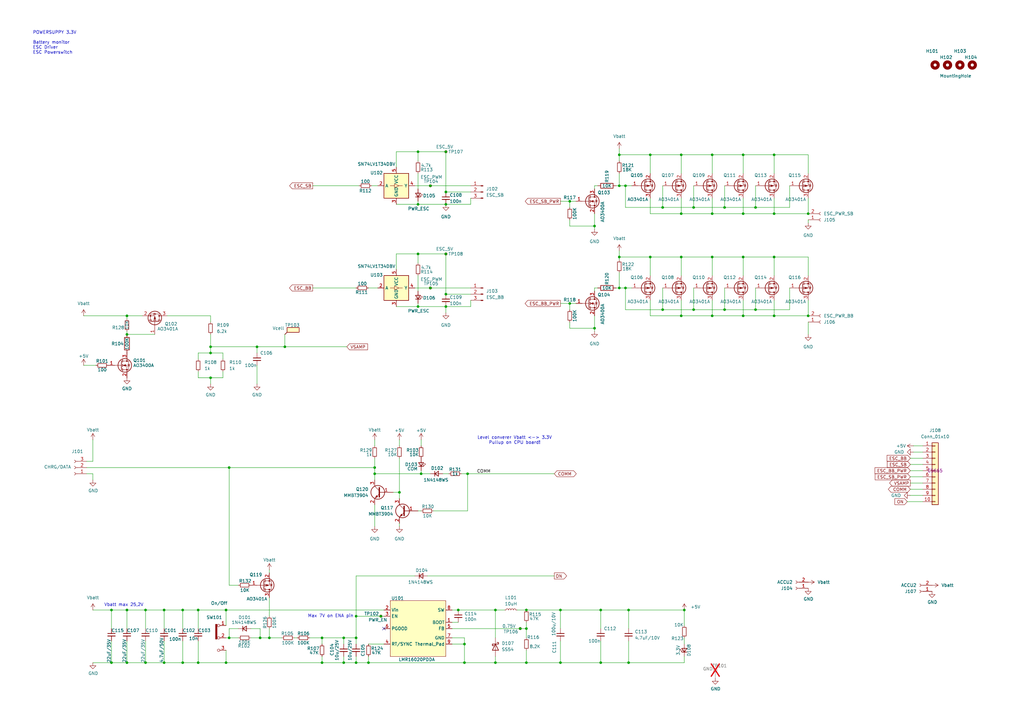
<source format=kicad_sch>
(kicad_sch (version 20241209) (generator "eeschema") (generator_version "9.0")
  (paper "A3")
  (title_block (title "NicE Buoy") (date "2023-06-20") (rev "1.1") (company "NicE Engineering"))
  (text "Max 7V on ENA pin" (at 135.636 252.73 0) (effects (font (size 1.27 1.27))))
  (text "POWERSUPPY 3.3V\n\nBattery monitor\nESC Driver\nESC Powerswitch\n" (at 13.462 22.352 0) (effects (font (size 1.27 1.27)) (justify left bottom)))
  (text "Level converer Vbatt <-> 3.3V\nPullup on CPU board!" (at 211.074 180.594 0) (effects (font (size 1.27 1.27))))
  (text "Vbatt max 25,2V" (at 50.8 248.158 0) (effects (font (size 1.27 1.27))))
  (junction (at 116.84 142.24))
  (junction (at 257.81 271.78))
  (junction (at 52.07 129.54))
  (junction (at 146.05 271.78))
  (junction (at 176.53 76.2))
  (junction (at 74.93 271.78))
  (junction (at 233.68 124.46))
  (junction (at 140.97 271.78))
  (junction (at 182.88 120.65))
  (junction (at 279.4 129.54))
  (junction (at 254 63.5))
  (junction (at 182.88 83.82))
  (junction (at 67.31 250.19))
  (junction (at 284.48 85.09))
  (junction (at 309.88 85.09))
  (junction (at 86.36 142.24))
  (junction (at 213.36 257.81))
  (junction (at 59.69 271.78))
  (junction (at 280.67 250.19))
  (junction (at 176.53 118.11))
  (junction (at 172.72 194.31))
  (junction (at 45.72 250.19))
  (junction (at 279.4 87.63))
  (junction (at 233.68 82.55))
  (junction (at 284.48 127))
  (junction (at 215.9 257.81))
  (junction (at 317.5 129.54))
  (junction (at 153.67 191.77))
  (junction (at 52.07 250.19))
  (junction (at 151.13 271.78))
  (junction (at 317.5 105.41))
  (junction (at 45.72 271.78))
  (junction (at 304.8 87.63))
  (junction (at 292.1 63.5))
  (junction (at 171.45 104.14))
  (junction (at 106.68 261.62))
  (junction (at 132.08 261.62))
  (junction (at 215.9 250.19))
  (junction (at 254 76.2))
  (junction (at 271.78 127))
  (junction (at 292.1 87.63))
  (junction (at 171.45 83.82))
  (junction (at 309.88 127))
  (junction (at 92.71 250.19))
  (junction (at 190.5 271.78))
  (junction (at 182.88 78.74))
  (junction (at 203.2 250.19))
  (junction (at 297.18 127))
  (junction (at 86.36 144.78))
  (junction (at 187.96 250.19))
  (junction (at 297.18 85.09))
  (junction (at 81.28 271.78))
  (junction (at 266.7 105.41))
  (junction (at 105.41 142.24))
  (junction (at 132.08 271.78))
  (junction (at 81.28 250.19))
  (junction (at 171.45 62.23))
  (junction (at 243.84 134.62))
  (junction (at 92.71 271.78))
  (junction (at 317.5 87.63))
  (junction (at 86.36 154.94))
  (junction (at 229.87 271.78))
  (junction (at 93.98 191.77))
  (junction (at 203.2 271.78))
  (junction (at 182.88 62.23))
  (junction (at 182.88 125.73))
  (junction (at 59.69 250.19))
  (junction (at 191.77 194.31))
  (junction (at 331.47 129.54))
  (junction (at 304.8 63.5))
  (junction (at 171.45 125.73))
  (junction (at 52.07 271.78))
  (junction (at 292.1 105.41))
  (junction (at 146.05 261.62))
  (junction (at 279.4 63.5))
  (junction (at 74.93 250.19))
  (junction (at 243.84 92.71))
  (junction (at 257.81 250.19))
  (junction (at 140.97 261.62))
  (junction (at 331.47 87.63))
  (junction (at 163.83 201.93))
  (junction (at 182.88 104.14))
  (junction (at 93.98 261.62))
  (junction (at 266.7 63.5))
  (junction (at 67.31 271.78))
  (junction (at 52.07 137.16))
  (junction (at 153.67 194.31))
  (junction (at 256.54 76.2))
  (junction (at 304.8 129.54))
  (junction (at 190.5 264.16))
  (junction (at 292.1 129.54))
  (junction (at 246.38 250.19))
  (junction (at 256.54 118.11))
  (junction (at 110.49 261.62))
  (junction (at 254 105.41))
  (junction (at 304.8 105.41))
  (junction (at 156.21 252.73))
  (junction (at 146.05 252.73))
  (junction (at 254 118.11))
  (junction (at 271.78 85.09))
  (junction (at 279.4 105.41))
  (junction (at 229.87 250.19))
  (junction (at 246.38 271.78))
  (junction (at 215.9 271.78))
  (junction (at 317.5 63.5))
  (no_connect (at 157.48 257.81))
  (wire (pts (xy 266.7 123.19) (xy 266.7 129.54)))
  (wire (pts (xy 229.87 271.78) (xy 246.38 271.78)))
  (wire (pts (xy 146.05 252.73) (xy 146.05 261.62)))
  (wire (pts (xy 246.38 271.78) (xy 257.81 271.78)))
  (wire (pts (xy 331.47 105.41) (xy 317.5 105.41)))
  (wire (pts (xy 163.83 180.34) (xy 163.83 182.88)))
  (wire (pts (xy 257.81 250.19) (xy 257.81 257.81)))
  (wire (pts (xy 193.04 81.28) (xy 193.04 83.82)))
  (wire (pts (xy 110.49 261.62) (xy 115.57 261.62)))
  (wire (pts (xy 284.48 118.11) (xy 284.48 127)))
  (wire (pts (xy 280.67 250.19) (xy 280.67 256.54)))
  (wire (pts (xy 292.1 63.5) (xy 304.8 63.5)))
  (wire (pts (xy 292.1 105.41) (xy 292.1 113.03)))
  (wire (pts (xy 309.88 118.11) (xy 309.88 127)))
  (wire (pts (xy 266.7 105.41) (xy 266.7 113.03)))
  (wire (pts (xy 243.84 93.98) (xy 243.84 92.71)))
  (wire (pts (xy 233.68 90.17) (xy 233.68 92.71)))
  (wire (pts (xy 279.4 123.19) (xy 279.4 129.54)))
  (wire (pts (xy 110.49 245.11) (xy 110.49 252.73)))
  (wire (pts (xy 284.48 85.09) (xy 271.78 85.09)))
  (wire (pts (xy 52.07 129.54) (xy 52.07 130.81)))
  (wire (pts (xy 110.49 233.68) (xy 110.49 234.95)))
  (wire (pts (xy 266.7 63.5) (xy 279.4 63.5)))
  (wire (pts (xy 162.56 104.14) (xy 171.45 104.14)))
  (wire (pts (xy 59.69 250.19) (xy 59.69 257.81)))
  (wire (pts (xy 171.45 83.82) (xy 182.88 83.82)))
  (wire (pts (xy 304.8 123.19) (xy 304.8 129.54)))
  (wire (pts (xy 304.8 63.5) (xy 317.5 63.5)))
  (wire (pts (xy 233.68 124.46) (xy 233.68 127)))
  (wire (pts (xy 120.65 261.62) (xy 121.92 261.62)))
  (wire (pts (xy 153.67 194.31) (xy 153.67 196.85)))
  (wire (pts (xy 297.18 85.09) (xy 284.48 85.09)))
  (wire (pts (xy 38.1 194.31) (xy 38.1 196.85)))
  (wire (pts (xy 92.71 266.7) (xy 92.71 271.78)))
  (wire (pts (xy 146.05 236.22) (xy 170.18 236.22)))
  (wire (pts (xy 266.7 129.54) (xy 279.4 129.54)))
  (wire (pts (xy 309.88 76.2) (xy 309.88 85.09)))
  (wire (pts (xy 243.84 92.71) (xy 243.84 87.63)))
  (wire (pts (xy 266.7 81.28) (xy 266.7 87.63)))
  (wire (pts (xy 254 105.41) (xy 266.7 105.41)))
  (wire (pts (xy 215.9 271.78) (xy 229.87 271.78)))
  (wire (pts (xy 67.31 262.89) (xy 67.31 271.78)))
  (wire (pts (xy 52.07 262.89) (xy 52.07 271.78)))
  (wire (pts (xy 45.72 250.19) (xy 45.72 257.81)))
  (wire (pts (xy 378.46 203.2) (xy 373.38 203.2)))
  (wire (pts (xy 378.46 185.42) (xy 374.65 185.42)))
  (wire (pts (xy 132.08 261.62) (xy 140.97 261.62)))
  (wire (pts (xy 229.87 124.46) (xy 233.68 124.46)))
  (wire (pts (xy 185.42 261.62) (xy 190.5 261.62)))
  (wire (pts (xy 304.8 129.54) (xy 317.5 129.54)))
  (wire (pts (xy 162.56 83.82) (xy 171.45 83.82)))
  (wire (pts (xy 162.56 62.23) (xy 171.45 62.23)))
  (wire (pts (xy 266.7 63.5) (xy 266.7 71.12)))
  (wire (pts (xy 146.05 269.24) (xy 146.05 271.78)))
  (wire (pts (xy 127 261.62) (xy 132.08 261.62)))
  (wire (pts (xy 190.5 264.16) (xy 190.5 271.78)))
  (wire (pts (xy 45.72 271.78) (xy 52.07 271.78)))
  (wire (pts (xy 59.69 271.78) (xy 67.31 271.78)))
  (wire (pts (xy 106.68 261.62) (xy 110.49 261.62)))
  (wire (pts (xy 233.68 134.62) (xy 243.84 134.62)))
  (wire (pts (xy 52.07 250.19) (xy 59.69 250.19)))
  (wire (pts (xy 81.28 250.19) (xy 92.71 250.19)))
  (wire (pts (xy 187.96 250.19) (xy 203.2 250.19)))
  (wire (pts (xy 229.87 262.89) (xy 229.87 271.78)))
  (wire (pts (xy 105.41 142.24) (xy 116.84 142.24)))
  (wire (pts (xy 292.1 129.54) (xy 304.8 129.54)))
  (wire (pts (xy 132.08 271.78) (xy 140.97 271.78)))
  (wire (pts (xy 153.67 180.34) (xy 153.67 182.88)))
  (wire (pts (xy 246.38 271.78) (xy 246.38 262.89)))
  (wire (pts (xy 86.36 154.94) (xy 86.36 157.48)))
  (wire (pts (xy 182.88 78.74) (xy 193.04 78.74)))
  (wire (pts (xy 257.81 262.89) (xy 257.81 271.78)))
  (wire (pts (xy 280.67 261.62) (xy 280.67 264.16)))
  (wire (pts (xy 52.07 137.16) (xy 63.5 137.16)))
  (wire (pts (xy 182.88 62.23) (xy 182.88 78.74)))
  (wire (pts (xy 236.22 82.55) (xy 233.68 82.55)))
  (wire (pts (xy 378.46 200.66) (xy 373.38 200.66)))
  (wire (pts (xy 252.73 76.2) (xy 254 76.2)))
  (wire (pts (xy 151.13 264.16) (xy 157.48 264.16)))
  (wire (pts (xy 245.11 76.2) (xy 243.84 76.2)))
  (wire (pts (xy 279.4 105.41) (xy 292.1 105.41)))
  (wire (pts (xy 93.98 261.62) (xy 97.79 261.62)))
  (wire (pts (xy 170.18 118.11) (xy 176.53 118.11)))
  (wire (pts (xy 86.36 144.78) (xy 81.28 144.78)))
  (wire (pts (xy 193.04 123.19) (xy 193.04 125.73)))
  (wire (pts (xy 280.67 269.24) (xy 280.67 271.78)))
  (wire (pts (xy 243.84 135.89) (xy 243.84 134.62)))
  (wire (pts (xy 182.88 120.65) (xy 193.04 120.65)))
  (wire (pts (xy 284.48 76.2) (xy 284.48 85.09)))
  (wire (pts (xy 243.84 134.62) (xy 243.84 129.54)))
  (wire (pts (xy 304.8 105.41) (xy 317.5 105.41)))
  (wire (pts (xy 256.54 118.11) (xy 256.54 127)))
  (wire (pts (xy 162.56 104.14) (xy 162.56 110.49)))
  (wire (pts (xy 229.87 250.19) (xy 229.87 257.81)))
  (wire (pts (xy 331.47 90.17) (xy 331.47 91.44)))
  (wire (pts (xy 172.72 180.34) (xy 172.72 182.88)))
  (wire (pts (xy 271.78 127) (xy 256.54 127)))
  (wire (pts (xy 171.45 113.03) (xy 171.45 119.38)))
  (wire (pts (xy 132.08 261.62) (xy 132.08 264.16)))
  (wire (pts (xy 151.13 269.24) (xy 151.13 271.78)))
  (wire (pts (xy 153.67 187.96) (xy 153.67 191.77)))
  (wire (pts (xy 153.67 191.77) (xy 153.67 194.31)))
  (wire (pts (xy 271.78 118.11) (xy 271.78 127)))
  (wire (pts (xy 163.83 214.63) (xy 163.83 215.9)))
  (wire (pts (xy 279.4 87.63) (xy 292.1 87.63)))
  (wire (pts (xy 378.46 195.58) (xy 373.38 195.58)))
  (wire (pts (xy 331.47 81.28) (xy 331.47 87.63)))
  (wire (pts (xy 140.97 261.62) (xy 140.97 264.16)))
  (wire (pts (xy 304.8 105.41) (xy 304.8 113.03)))
  (wire (pts (xy 317.5 105.41) (xy 317.5 113.03)))
  (wire (pts (xy 171.45 62.23) (xy 171.45 66.04)))
  (wire (pts (xy 162.56 62.23) (xy 162.56 68.58)))
  (wire (pts (xy 81.28 152.4) (xy 81.28 154.94)))
  (wire (pts (xy 106.68 257.81) (xy 106.68 261.62)))
  (wire (pts (xy 34.29 129.54) (xy 52.07 129.54)))
  (wire (pts (xy 68.58 129.54) (xy 86.36 129.54)))
  (wire (pts (xy 304.8 87.63) (xy 317.5 87.63)))
  (wire (pts (xy 74.93 250.19) (xy 81.28 250.19)))
  (wire (pts (xy 292.1 81.28) (xy 292.1 87.63)))
  (wire (pts (xy 292.1 105.41) (xy 304.8 105.41)))
  (wire (pts (xy 152.4 76.2) (xy 154.94 76.2)))
  (wire (pts (xy 172.72 193.04) (xy 172.72 194.31)))
  (wire (pts (xy 74.93 250.19) (xy 74.93 257.81)))
  (wire (pts (xy 146.05 271.78) (xy 151.13 271.78)))
  (wire (pts (xy 128.27 118.11) (xy 146.05 118.11)))
  (wire (pts (xy 331.47 123.19) (xy 331.47 129.54)))
  (wire (pts (xy 170.18 76.2) (xy 176.53 76.2)))
  (wire (pts (xy 171.45 125.73) (xy 182.88 125.73)))
  (wire (pts (xy 378.46 205.74) (xy 372.11 205.74)))
  (wire (pts (xy 243.84 118.11) (xy 243.84 119.38)))
  (wire (pts (xy 279.4 63.5) (xy 292.1 63.5)))
  (wire (pts (xy 52.07 250.19) (xy 52.07 257.81)))
  (wire (pts (xy 254 60.96) (xy 254 63.5)))
  (wire (pts (xy 233.68 82.55) (xy 233.68 85.09)))
  (wire (pts (xy 190.5 261.62) (xy 190.5 264.16)))
  (wire (pts (xy 236.22 124.46) (xy 233.68 124.46)))
  (wire (pts (xy 86.36 129.54) (xy 86.36 132.08)))
  (wire (pts (xy 91.44 147.32) (xy 91.44 144.78)))
  (wire (pts (xy 254 63.5) (xy 254 66.04)))
  (wire (pts (xy 146.05 252.73) (xy 156.21 252.73)))
  (wire (pts (xy 175.26 236.22) (xy 227.33 236.22)))
  (wire (pts (xy 163.83 201.93) (xy 161.29 201.93)))
  (wire (pts (xy 279.4 129.54) (xy 292.1 129.54)))
  (wire (pts (xy 176.53 118.11) (xy 193.04 118.11)))
  (wire (pts (xy 279.4 81.28) (xy 279.4 87.63)))
  (wire (pts (xy 254 102.87) (xy 254 105.41)))
  (wire (pts (xy 92.71 250.19) (xy 157.48 250.19)))
  (wire (pts (xy 38.1 250.19) (xy 45.72 250.19)))
  (wire (pts (xy 171.45 82.55) (xy 171.45 83.82)))
  (wire (pts (xy 93.98 240.03) (xy 93.98 191.77)))
  (wire (pts (xy 190.5 271.78) (xy 203.2 271.78)))
  (wire (pts (xy 317.5 129.54) (xy 331.47 129.54)))
  (wire (pts (xy 35.56 194.31) (xy 38.1 194.31)))
  (wire (pts (xy 151.13 118.11) (xy 154.94 118.11)))
  (wire (pts (xy 297.18 118.11) (xy 297.18 127)))
  (wire (pts (xy 132.08 269.24) (xy 132.08 271.78)))
  (wire (pts (xy 331.47 71.12) (xy 331.47 63.5)))
  (wire (pts (xy 171.45 71.12) (xy 171.45 77.47)))
  (wire (pts (xy 182.88 125.73) (xy 182.88 128.27)))
  (wire (pts (xy 254 118.11) (xy 256.54 118.11)))
  (wire (pts (xy 185.42 257.81) (xy 213.36 257.81)))
  (wire (pts (xy 323.85 127) (xy 309.88 127)))
  (wire (pts (xy 233.68 132.08) (xy 233.68 134.62)))
  (wire (pts (xy 257.81 250.19) (xy 280.67 250.19)))
  (wire (pts (xy 215.9 271.78) (xy 215.9 266.7)))
  (wire (pts (xy 146.05 261.62) (xy 146.05 264.16)))
  (wire (pts (xy 38.1 271.78) (xy 45.72 271.78)))
  (wire (pts (xy 45.72 250.19) (xy 52.07 250.19)))
  (wire (pts (xy 153.67 215.9) (xy 153.67 207.01)))
  (wire (pts (xy 35.56 191.77) (xy 93.98 191.77)))
  (wire (pts (xy 256.54 76.2) (xy 256.54 85.09)))
  (wire (pts (xy 317.5 81.28) (xy 317.5 87.63)))
  (wire (pts (xy 52.07 135.89) (xy 52.07 137.16)))
  (wire (pts (xy 323.85 118.11) (xy 323.85 127)))
  (wire (pts (xy 243.84 118.11) (xy 245.11 118.11)))
  (wire (pts (xy 185.42 250.19) (xy 187.96 250.19)))
  (wire (pts (xy 171.45 124.46) (xy 171.45 125.73)))
  (wire (pts (xy 292.1 123.19) (xy 292.1 129.54)))
  (wire (pts (xy 86.36 142.24) (xy 86.36 144.78)))
  (wire (pts (xy 34.29 149.86) (xy 39.37 149.86)))
  (wire (pts (xy 213.36 257.81) (xy 215.9 257.81)))
  (wire (pts (xy 254 111.76) (xy 254 118.11)))
  (wire (pts (xy 81.28 250.19) (xy 81.28 257.81)))
  (wire (pts (xy 212.09 250.19) (xy 215.9 250.19)))
  (wire (pts (xy 102.87 261.62) (xy 106.68 261.62)))
  (wire (pts (xy 254 105.41) (xy 254 106.68)))
  (wire (pts (xy 163.83 187.96) (xy 163.83 201.93)))
  (wire (pts (xy 317.5 63.5) (xy 317.5 71.12)))
  (wire (pts (xy 74.93 271.78) (xy 81.28 271.78)))
  (wire (pts (xy 86.36 137.16) (xy 86.36 142.24)))
  (wire (pts (xy 176.53 76.2) (xy 193.04 76.2)))
  (wire (pts (xy 91.44 152.4) (xy 91.44 154.94)))
  (wire (pts (xy 203.2 250.19) (xy 203.2 261.62)))
  (wire (pts (xy 81.28 262.89) (xy 81.28 271.78)))
  (wire (pts (xy 331.47 63.5) (xy 317.5 63.5)))
  (wire (pts (xy 297.18 127) (xy 284.48 127)))
  (wire (pts (xy 280.67 271.78) (xy 257.81 271.78)))
  (wire (pts (xy 52.07 271.78) (xy 59.69 271.78)))
  (wire (pts (xy 86.36 154.94) (xy 91.44 154.94)))
  (wire (pts (xy 254 71.12) (xy 254 76.2)))
  (wire (pts (xy 378.46 198.12) (xy 373.38 198.12)))
  (wire (pts (xy 254 76.2) (xy 256.54 76.2)))
  (wire (pts (xy 93.98 191.77) (xy 153.67 191.77)))
  (wire (pts (xy 378.46 187.96) (xy 373.38 187.96)))
  (wire (pts (xy 191.77 209.55) (xy 177.8 209.55)))
  (wire (pts (xy 67.31 250.19) (xy 74.93 250.19)))
  (wire (pts (xy 52.07 129.54) (xy 58.42 129.54)))
  (wire (pts (xy 254 63.5) (xy 266.7 63.5)))
  (wire (pts (xy 86.36 154.94) (xy 81.28 154.94)))
  (wire (pts (xy 45.72 262.89) (xy 45.72 271.78)))
  (wire (pts (xy 102.87 257.81) (xy 106.68 257.81)))
  (wire (pts (xy 81.28 271.78) (xy 92.71 271.78)))
  (wire (pts (xy 181.61 194.31) (xy 184.15 194.31)))
  (wire (pts (xy 153.67 194.31) (xy 172.72 194.31)))
  (wire (pts (xy 297.18 76.2) (xy 297.18 85.09)))
  (wire (pts (xy 140.97 261.62) (xy 146.05 261.62)))
  (wire (pts (xy 297.18 85.09) (xy 309.88 85.09)))
  (wire (pts (xy 182.88 83.82) (xy 193.04 83.82)))
  (wire (pts (xy 86.36 142.24) (xy 105.41 142.24)))
  (wire (pts (xy 191.77 194.31) (xy 191.77 209.55)))
  (wire (pts (xy 203.2 269.24) (xy 203.2 271.78)))
  (wire (pts (xy 279.4 63.5) (xy 279.4 71.12)))
  (wire (pts (xy 91.44 144.78) (xy 86.36 144.78)))
  (wire (pts (xy 93.98 257.81) (xy 93.98 261.62)))
  (wire (pts (xy 271.78 85.09) (xy 256.54 85.09)))
  (wire (pts (xy 146.05 271.78) (xy 140.97 271.78)))
  (wire (pts (xy 92.71 250.19) (xy 92.71 256.54)))
  (wire (pts (xy 229.87 82.55) (xy 233.68 82.55)))
  (wire (pts (xy 81.28 144.78) (xy 81.28 147.32)))
  (wire (pts (xy 67.31 250.19) (xy 67.31 257.81)))
  (wire (pts (xy 140.97 269.24) (xy 140.97 271.78)))
  (wire (pts (xy 185.42 264.16) (xy 190.5 264.16)))
  (wire (pts (xy 259.08 118.11) (xy 256.54 118.11)))
  (wire (pts (xy 163.83 201.93) (xy 163.83 204.47)))
  (wire (pts (xy 146.05 236.22) (xy 146.05 252.73)))
  (wire (pts (xy 317.5 123.19) (xy 317.5 129.54)))
  (wire (pts (xy 182.88 104.14) (xy 182.88 120.65)))
  (wire (pts (xy 215.9 250.19) (xy 229.87 250.19)))
  (wire (pts (xy 284.48 127) (xy 271.78 127)))
  (wire (pts (xy 110.49 257.81) (xy 110.49 261.62)))
  (wire (pts (xy 203.2 271.78) (xy 215.9 271.78)))
  (wire (pts (xy 171.45 62.23) (xy 182.88 62.23)))
  (wire (pts (xy 323.85 85.09) (xy 309.88 85.09)))
  (wire (pts (xy 172.72 194.31) (xy 176.53 194.31)))
  (wire (pts (xy 171.45 104.14) (xy 171.45 107.95)))
  (wire (pts (xy 271.78 76.2) (xy 271.78 85.09)))
  (wire (pts (xy 67.31 271.78) (xy 74.93 271.78)))
  (wire (pts (xy 323.85 76.2) (xy 323.85 85.09)))
  (wire (pts (xy 105.41 142.24) (xy 105.41 144.78)))
  (wire (pts (xy 233.68 92.71) (xy 243.84 92.71)))
  (wire (pts (xy 74.93 262.89) (xy 74.93 271.78)))
  (wire (pts (xy 38.1 180.34) (xy 38.1 189.23)))
  (wire (pts (xy 252.73 118.11) (xy 254 118.11)))
  (wire (pts (xy 162.56 125.73) (xy 171.45 125.73)))
  (wire (pts (xy 185.42 255.27) (xy 187.96 255.27)))
  (wire (pts (xy 151.13 271.78) (xy 190.5 271.78)))
  (wire (pts (xy 116.84 137.16) (xy 116.84 142.24)))
  (wire (pts (xy 128.27 76.2) (xy 147.32 76.2)))
  (wire (pts (xy 304.8 63.5) (xy 304.8 71.12)))
  (wire (pts (xy 297.18 127) (xy 309.88 127)))
  (wire (pts (xy 203.2 250.19) (xy 207.01 250.19)))
  (wire (pts (xy 172.72 209.55) (xy 171.45 209.55)))
  (wire (pts (xy 97.79 257.81) (xy 93.98 257.81)))
  (wire (pts (xy 304.8 81.28) (xy 304.8 87.63)))
  (wire (pts (xy 171.45 104.14) (xy 182.88 104.14)))
  (wire (pts (xy 317.5 87.63) (xy 331.47 87.63)))
  (wire (pts (xy 182.88 125.73) (xy 193.04 125.73)))
  (wire (pts (xy 266.7 87.63) (xy 279.4 87.63)))
  (wire (pts (xy 292.1 63.5) (xy 292.1 71.12)))
  (wire (pts (xy 378.46 182.88) (xy 374.65 182.88)))
  (wire (pts (xy 243.84 76.2) (xy 243.84 77.47)))
  (wire (pts (xy 279.4 105.41) (xy 279.4 113.03)))
  (wire (pts (xy 266.7 105.41) (xy 279.4 105.41)))
  (wire (pts (xy 92.71 261.62) (xy 93.98 261.62)))
  (wire (pts (xy 97.79 240.03) (xy 93.98 240.03)))
  (wire (pts (xy 246.38 250.19) (xy 257.81 250.19)))
  (wire (pts (xy 331.47 113.03) (xy 331.47 105.41)))
  (wire (pts (xy 215.9 257.81) (xy 215.9 261.62)))
  (wire (pts (xy 38.1 189.23) (xy 35.56 189.23)))
  (wire (pts (xy 331.47 132.08) (xy 331.47 137.16)))
  (wire (pts (xy 105.41 149.86) (xy 105.41 157.48)))
  (wire (pts (xy 189.23 194.31) (xy 191.77 194.31)))
  (wire (pts (xy 378.46 190.5) (xy 373.38 190.5)))
  (wire (pts (xy 116.84 142.24) (xy 142.24 142.24)))
  (wire (pts (xy 92.71 271.78) (xy 132.08 271.78)))
  (wire (pts (xy 246.38 250.19) (xy 246.38 257.81)))
  (wire (pts (xy 156.21 252.73) (xy 157.48 252.73)))
  (wire (pts (xy 191.77 194.31) (xy 227.33 194.31)))
  (wire (pts (xy 292.1 87.63) (xy 304.8 87.63)))
  (wire (pts (xy 59.69 250.19) (xy 67.31 250.19)))
  (wire (pts (xy 259.08 76.2) (xy 256.54 76.2)))
  (wire (pts (xy 229.87 250.19) (xy 246.38 250.19)))
  (wire (pts (xy 215.9 255.27) (xy 215.9 257.81)))
  (wire (pts (xy 59.69 262.89) (xy 59.69 271.78)))
  (wire (pts (xy 378.46 193.04) (xy 373.38 193.04)))
  (label "COMM" (at 195.58 194.31 0))
  (global_label "ESC_BB" (shape output) (at 128.27 118.11 180) (property "Intersheetrefs" "${INTERSHEET_REFS}" (effects (hide yes))))
  (global_label "ESC_BB" (shape input) (at 373.38 187.96 180) (property "Intersheetrefs" "${INTERSHEET_REFS}" (effects (hide yes))))
  (global_label "VSAMP" (shape input) (at 142.24 142.24 0) (property "Intersheetrefs" "${INTERSHEET_REFS}" (effects (hide yes))))
  (global_label "ESC_SB_PWR" (shape input) (at 373.38 195.58 180) (property "Intersheetrefs" "${INTERSHEET_REFS}" (effects (hide yes))))
  (global_label "ESC_BB_PWR" (shape input) (at 373.38 193.04 180) (property "Intersheetrefs" "${INTERSHEET_REFS}" (effects (hide yes))))
  (global_label "ESC_SB" (shape output) (at 128.27 76.2 180) (property "Intersheetrefs" "${INTERSHEET_REFS}" (effects (hide yes))))
  (global_label "VSAMP" (shape output) (at 373.38 198.12 180) (property "Intersheetrefs" "${INTERSHEET_REFS}" (effects (hide yes))))
  (global_label "ON" (shape output) (at 227.33 236.22 0) (property "Intersheetrefs" "${INTERSHEET_REFS}" (effects (hide yes))))
  (global_label "ON" (shape input) (at 372.11 205.74 180) (property "Intersheetrefs" "${INTERSHEET_REFS}" (effects (hide yes))))
  (global_label "COMM" (shape bidirectional) (at 227.33 194.31 0) (property "Intersheetrefs" "${INTERSHEET_REFS}" (effects (hide yes))))
  (global_label "ESC_SB_PWR" (shape output) (at 229.87 82.55 180) (property "Intersheetrefs" "${INTERSHEET_REFS}" (effects (hide yes))))
  (global_label "ESC_BB_PWR" (shape output) (at 229.87 124.46 180) (property "Intersheetrefs" "${INTERSHEET_REFS}" (effects (hide yes))))
  (global_label "ESC_SB" (shape input) (at 373.38 190.5 180) (property "Intersheetrefs" "${INTERSHEET_REFS}" (effects (hide yes))))
  (global_label "COMM" (shape bidirectional) (at 373.38 200.66 180) (property "Intersheetrefs" "${INTERSHEET_REFS}" (effects (hide yes))))
  (symbol (lib_id "Transistor_FET:AO3401A") (at 289.56 118.11 0) (mirror x) (unit 1)
    (property "Reference" "Q110" (at 283.972 113.792 0) (effects (justify left)))
    (property "Value" "AO3401A" (at 282.702 123.698 0) (effects (justify left)))
    (property "Footprint" "Package_TO_SOT_SMD:SOT-23" (effects (hide yes)))
    (property "Datasheet" "http://www.aosmd.com/pdfs/datasheet/AO3401A.pdf" (effects (hide yes)))
    (property "Description" "-4.0A Id, -30V Vds, P-Channel MOSFET, SOT-23" (effects (hide yes)))
    (property "LCSC" "C15127" (effects (hide yes)))
  )
  (symbol (lib_id "Transistor_FET:AO3401A") (at 314.96 118.11 0) (mirror x) (unit 1)
    (property "Reference" "Q114" (at 309.372 113.792 0) (effects (justify left)))
    (property "Value" "AO3401A" (at 308.102 123.698 0) (effects (justify left)))
    (property "Footprint" "Package_TO_SOT_SMD:SOT-23" (effects (hide yes)))
    (property "Datasheet" "http://www.aosmd.com/pdfs/datasheet/AO3401A.pdf" (effects (hide yes)))
    (property "Description" "-4.0A Id, -30V Vds, P-Channel MOSFET, SOT-23" (effects (hide yes)))
    (property "LCSC" "C15127" (effects (hide yes)))
  )
  (symbol (lib_id "Device:R_Small") (at 171.45 110.49 0) (mirror x) (unit 1)
    (property "Reference" "R114" (at 175.006 111.506 0))
    (property "Value" "4.7k" (at 174.752 109.728 0))
    (property "Footprint" "A_Device:R_0603" (effects (hide yes)))
    (property "LCSC" "C4177" (effects (hide yes)))
  )
  (symbol (lib_id "Device:D_Schottky") (at 203.2 265.43 270) (unit 1)
    (property "Reference" "D107" (at 205.74 263.8424 90) (effects (justify left)))
    (property "Value" "SS54" (at 205.74 266.3824 90) (effects (justify left)))
    (property "Footprint" "Diode_SMD:D_SMA" (effects (hide yes)))
    (property "Datasheet" "https://www.lcsc.com/datasheet/lcsc_datasheet_2407101107_MDD-Microdiode-Semiconductor-SS54_C22452.pdf" (effects (hide yes)))
    (property "Description" "Schottky diode" (effects (hide yes)))
    (property "LCSC" "C22452" (effects (hide yes)))
  )
  (symbol (lib_id "Device:C_Small") (at 257.81 260.35 0) (unit 1)
    (property "Reference" "C113" (at 260.35 259.0862 0) (effects (justify left)))
    (property "Value" "4.7uF/10V" (at 260.35 261.6262 0) (effects (justify left)))
    (property "Footprint" "A_Device:C_1206_(1.6)" (effects (hide yes)))
    (property "Description" "Unpolarized capacitor, small symbol" (effects (hide yes)))
    (property "LCSC" "C29823" (effects (hide yes)))
  )
  (symbol (lib_id "Device:R_Small") (at 81.28 149.86 0) (unit 1)
    (property "Reference" "R108" (at 83.82 148.59 0) (effects (justify left)))
    (property "Value" "1k" (at 83.82 151.13 0) (effects (justify left)))
    (property "Footprint" "A_Device:R_0603" (effects (hide yes)))
    (property "LCSC" "C21190" (effects (hide yes)))
  )
  (symbol (lib_id "Connector:TestPoint_Small") (at 213.36 257.81 0) (unit 1) (in_bom no)
    (property "Reference" "TP106" (at 206.502 259.08 0) (effects (justify left)))
    (property "Value" "0.75V" (at 205.994 256.794 0) (effects (justify left)))
    (property "Footprint" "A_Pads_Pins:Testpad_1" (effects (hide yes)))
    (property "Description" "test point" (effects (hide yes)))
  )
  (symbol (lib_id "Device:R_Small") (at 186.69 194.31 270) (mirror x) (unit 1)
    (property "Reference" "R131" (at 186.69 192.532 90))
    (property "Value" "1k" (at 186.69 194.31 90))
    (property "Footprint" "A_Device:R_0603" (effects (hide yes)))
    (property "LCSC" "C21190" (effects (hide yes)))
  )
  (symbol (lib_name "+3.3V_1") (lib_id "power:+3.3V") (at 254 60.96 0) (unit 1)
    (property "Reference" "#PWR0117" (effects (hide yes)))
    (property "Value" "Vbatt" (at 254 55.88 0))
    (property "Description" "Power symbol creates a global label with name \"+3.3V\"" (effects (hide yes)))
  )
  (symbol (lib_id "Device:C_Small") (at 59.69 260.35 0) (unit 1)
    (property "Reference" "C110" (at 59.69 258.572 0) (effects (justify left)))
    (property "Value" "22uF/35V" (at 58.674 271.78 90) (effects (justify left)))
    (property "Footprint" "A_Device:C_1206_(1.6)" (effects (hide yes)))
    (property "Description" "Unpolarized capacitor, small symbol" (effects (hide yes)))
    (property "LCSC" "C6119969" (effects (hide yes)))
  )
  (symbol (lib_id "Device:R_Small") (at 215.9 264.16 0) (unit 1)
    (property "Reference" "R116" (at 216.154 261.366 0) (effects (justify left)))
    (property "Value" "8.2K" (at 217.17 265.176 0) (effects (justify left)))
    (property "Footprint" "A_Device:R_0603" (effects (hide yes)))
    (property "Description" "Resistor, small symbol" (effects (hide yes)))
  )
  (symbol (lib_id "Device:R") (at 248.92 118.11 90) (unit 1)
    (property "Reference" "R120" (at 248.92 116.84 0) (effects (justify left)))
    (property "Value" "10K" (at 248.92 118.11 90))
    (property "Footprint" "A_Device:R_0603" (effects (hide yes)))
    (property "Farnell" "2331736" (effects (hide yes)))
    (property "MF" "TE CONNECTIVITY" (effects (hide yes)))
    (property "MFN" "CRGH0603F10K" (effects (hide yes)))
    (property "LCSC" "C25804" (effects (hide yes)))
  )
  (symbol (lib_id "Device:C_Small") (at 182.88 123.19 0) (unit 1)
    (property "Reference" "C109" (at 184.404 121.92 0) (effects (justify left)))
    (property "Value" "100n" (at 184.404 124.46 0) (effects (justify left)))
    (property "Footprint" "A_Device:C_0603" (effects (hide yes)))
    (property "LCSC" "C14663" (effects (hide yes)))
  )
  (symbol (lib_id "Device:R_Small") (at 254 68.58 0) (unit 1)
    (property "Reference" "R121" (at 255.016 67.818 0) (effects (justify left)))
    (property "Value" "18K" (at 255.27 69.596 0) (effects (justify left)))
    (property "Footprint" "A_Device:R_0603" (effects (hide yes)))
    (property "Description" "Resistor, small symbol" (effects (hide yes)))
    (property "LCSC" "C25810" (effects (hide yes)))
  )
  (symbol (lib_name "+3.3V_1") (lib_id "power:+3.3V") (at 374.65 182.88 90) (mirror x) (unit 1)
    (property "Reference" "#PWR0125" (effects (hide yes)))
    (property "Value" "+5V" (at 369.57 182.88 90))
    (property "Description" "Power symbol creates a global label with name \"+3.3V\"" (effects (hide yes)))
  )
  (symbol (lib_id "Device:R_Small") (at 132.08 266.7 0) (mirror y) (unit 1)
    (property "Reference" "R107" (at 131.064 265.938 0) (effects (justify left)))
    (property "Value" "47K" (at 130.81 267.716 0) (effects (justify left)))
    (property "Footprint" "A_Device:R_0603" (effects (hide yes)))
    (property "Description" "Resistor, small symbol" (effects (hide yes)))
  )
  (symbol (lib_id "Device:R_Small") (at 100.33 261.62 90) (unit 1)
    (property "Reference" "R102" (at 102.616 264.922 90) (effects (justify left)))
    (property "Value" "100K" (at 102.87 263.398 90) (effects (justify left)))
    (property "Footprint" "A_Device:R_0603" (effects (hide yes)))
    (property "Description" "Resistor, small symbol" (effects (hide yes)))
    (property "LCSC" "C25804" (effects (hide yes)))
  )
  (symbol (lib_name "+3.3V_1") (lib_id "power:+3.3V") (at 38.1 250.19 0) (unit 1)
    (property "Reference" "#PWR0104" (effects (hide yes)))
    (property "Value" "Vbatt" (at 38.1 245.11 0))
    (property "Description" "Power symbol creates a global label with name \"+3.3V\"" (effects (hide yes)))
  )
  (symbol (lib_id "Device:C_Small") (at 45.72 260.35 0) (unit 1)
    (property "Reference" "C115" (at 45.72 258.572 0) (effects (justify left)))
    (property "Value" "22uF/35V" (at 44.704 271.78 90) (effects (justify left)))
    (property "Footprint" "A_Device:C_1206_(1.6)" (effects (hide yes)))
    (property "Description" "Unpolarized capacitor, small symbol" (effects (hide yes)))
    (property "LCSC" "C6119969" (effects (hide yes)))
  )
  (symbol (lib_id "Connector:TestPoint_Small") (at 176.53 118.11 0) (unit 1) (in_bom no)
    (property "Reference" "TP105" (at 173.736 116.332 0) (effects (justify left)))
    (property "Value" "ESC_PWM" (at 172.466 114.554 0) (effects (justify left)))
    (property "Footprint" "A_Pads_Pins:Testpad_1.4" (effects (hide yes)))
    (property "Description" "test point" (effects (hide yes)))
  )
  (symbol (lib_id "Transistor_FET:AO3401A") (at 302.26 76.2 0) (mirror x) (unit 1)
    (property "Reference" "Q111" (at 296.672 71.882 0) (effects (justify left)))
    (property "Value" "AO3401A" (at 295.402 81.788 0) (effects (justify left)))
    (property "Footprint" "Package_TO_SOT_SMD:SOT-23" (effects (hide yes)))
    (property "Datasheet" "http://www.aosmd.com/pdfs/datasheet/AO3401A.pdf" (effects (hide yes)))
    (property "Description" "-4.0A Id, -30V Vds, P-Channel MOSFET, SOT-23" (effects (hide yes)))
    (property "LCSC" "C15127" (effects (hide yes)))
  )
  (symbol (lib_id "Connector_Generic:Conn_01x10") (at 383.54 193.04 0) (unit 1)
    (property "Reference" "J108" (at 383.54 176.53 0))
    (property "Value" "Conn_01x10" (at 383.54 179.07 0))
    (property "Footprint" "Connector_IDC:IDC-Header_2x05_P2.54mm_Vertical" (effects (hide yes)))
    (property "Description" "Generic connector, single row, 01x10, script generated (kicad-library-utils/schlib/autogen/connector/)" (effects (hide yes)))
    (property "LCSC" "C5665" (at 383.54 193.04 0))
  )
  (symbol (lib_id "Transistor_FET:AO3401A") (at 276.86 118.11 0) (mirror x) (unit 1)
    (property "Reference" "Q108" (at 271.272 113.792 0) (effects (justify left)))
    (property "Value" "AO3401A" (at 270.002 123.698 0) (effects (justify left)))
    (property "Footprint" "Package_TO_SOT_SMD:SOT-23" (effects (hide yes)))
    (property "Datasheet" "http://www.aosmd.com/pdfs/datasheet/AO3401A.pdf" (effects (hide yes)))
    (property "Description" "-4.0A Id, -30V Vds, P-Channel MOSFET, SOT-23" (effects (hide yes)))
    (property "LCSC" "C15127" (effects (hide yes)))
  )
  (symbol (lib_id "Device:R_Small") (at 52.07 133.35 180) (unit 1)
    (property "Reference" "R128" (at 51.054 134.366 0) (effects (justify left)))
    (property "Value" "10K" (at 52.07 131.318 90) (effects (justify left)))
    (property "Footprint" "A_Device:R_0603" (effects (hide yes)))
    (property "Description" "Resistor, small symbol" (effects (hide yes)))
    (property "LCSC" "C25804" (effects (hide yes)))
  )
  (symbol (lib_id "Device:R_Small") (at 254 109.22 0) (unit 1)
    (property "Reference" "R122" (at 255.016 108.458 0) (effects (justify left)))
    (property "Value" "18K" (at 255.27 110.236 0) (effects (justify left)))
    (property "Footprint" "A_Device:R_0603" (effects (hide yes)))
    (property "Description" "Resistor, small symbol" (effects (hide yes)))
    (property "LCSC" "C25810" (effects (hide yes)))
  )
  (symbol (lib_id "Device:C_Small") (at 81.28 260.35 0) (unit 1)
    (property "Reference" "C103" (at 81.28 258.572 0) (effects (justify left)))
    (property "Value" "10n" (at 77.47 261.874 0) (effects (justify left)))
    (property "Footprint" "A_Device:C_0603" (effects (hide yes)))
    (property "Description" "Unpolarized capacitor, small symbol" (effects (hide yes)))
    (property "LCSC" "C57112" (effects (hide yes)))
  )
  (symbol (lib_id "Device:R_Small") (at 124.46 261.62 270) (mirror x) (unit 1)
    (property "Reference" "R106" (at 121.92 259.842 90) (effects (justify left)))
    (property "Value" "100K" (at 121.92 263.652 90) (effects (justify left)))
    (property "Footprint" "A_Device:R_0603" (effects (hide yes)))
    (property "Description" "Resistor, small symbol" (effects (hide yes)))
    (property "LCSC" "C25804" (effects (hide yes)))
  )
  (symbol (lib_id "Device:R_Small") (at 41.91 149.86 270) (unit 1)
    (property "Reference" "R101" (at 41.91 148.082 90))
    (property "Value" "100" (at 41.91 151.638 90))
    (property "Footprint" "A_Device:R_0603" (effects (hide yes)))
    (property "Description" "Resistor, small symbol" (effects (hide yes)))
    (property "LCSC" "C22775" (effects (hide yes)))
  )
  (symbol (lib_id "power:GND") (at 105.41 157.48 0) (unit 1)
    (property "Reference" "#PWR0112" (effects (hide yes)))
    (property "Value" "GND" (at 105.41 161.925 0))
  )
  (symbol (lib_id "Connector:TestPoint_Flag") (at 116.84 137.16 0) (unit 1) (in_bom no)
    (property "Reference" "TP103" (at 116.84 133.35 0) (effects (justify left)))
    (property "Value" "Vcell" (at 111.76 134.62 0) (effects (justify left)))
    (property "Footprint" "A_Pads_Pins:Testpad_1" (effects (hide yes)))
  )
  (symbol (lib_name "+3.3V_1") (lib_id "power:+3.3V") (at 34.29 149.86 0) (unit 1)
    (property "Reference" "#PWR0107" (effects (hide yes)))
    (property "Value" "+5V" (at 32.258 146.05 0) (effects (justify left)))
    (property "Description" "Power symbol creates a global label with name \"+3.3V\"" (effects (hide yes)))
  )
  (symbol (lib_id "Connector:TestPoint_Small") (at 182.88 104.14 0) (unit 1) (in_bom no)
    (property "Reference" "TP108" (at 183.896 104.14 0) (effects (justify left)))
    (property "Value" "ESC_5V" (at 178.816 102.108 0) (effects (justify left)))
    (property "Footprint" "A_Pads_Pins:Testpad_1" (effects (hide yes)))
    (property "Description" "test point" (effects (hide yes)))
  )
  (symbol (lib_id "Logic_LevelTranslator:SN74LV1T34DBV") (at 162.56 76.2 0) (unit 1)
    (property "Reference" "U102" (at 154.432 70.866 0))
    (property "Value" "SN74LV1T34DBV" (at 154.432 67.31 0))
    (property "Footprint" "Package_TO_SOT_SMD:SOT-23-5" (effects (hide yes)))
    (property "Datasheet" "https://www.ti.com/lit/ds/symlink/sn74lv1t34.pdf" (effects (hide yes)))
    (property "Description" "Single Power Supply, Single Buffer GATE, CMOS Logic, Level Shifter, SOT-23-5" (effects (hide yes)))
    (property "LCSC" "C100024" (effects (hide yes)))
  )
  (symbol (lib_id "Device:R_Small") (at 163.83 185.42 0) (mirror x) (unit 1)
    (property "Reference" "R127" (at 157.734 184.658 0) (effects (justify left)))
    (property "Value" "10K" (at 159.004 186.436 0) (effects (justify left)))
    (property "Footprint" "A_Device:R_0603" (effects (hide yes)))
    (property "Description" "Resistor, small symbol" (effects (hide yes)))
    (property "LCSC" "C25804" (effects (hide yes)))
  )
  (symbol (lib_id "Transistor_FET:AO3401A") (at 63.5 132.08 270) (mirror x) (unit 1)
    (property "Reference" "Q102" (at 67.564 132.842 90) (effects (justify left)))
    (property "Value" "AO3401A" (at 64.516 134.874 90) (effects (justify left)))
    (property "Footprint" "Package_TO_SOT_SMD:SOT-23" (effects (hide yes)))
    (property "Datasheet" "http://www.aosmd.com/pdfs/datasheet/AO3401A.pdf" (effects (hide yes)))
    (property "Description" "-4.0A Id, -30V Vds, P-Channel MOSFET, SOT-23" (effects (hide yes)))
    (property "LCSC" "C15127" (effects (hide yes)))
  )
  (symbol (lib_id "Device:C_Small") (at 146.05 266.7 0) (mirror y) (unit 1)
    (property "Reference" "C105" (at 148.844 269.24 90) (effects (justify left)))
    (property "Value" "10u/25V" (at 143.51 271.018 90) (effects (justify left)))
    (property "Footprint" "A_Device:C_0805" (effects (hide yes)))
    (property "LCSC" "C15850" (effects (hide yes)))
  )
  (symbol (lib_id "Device:R_Small") (at 91.44 149.86 0) (unit 1)
    (property "Reference" "R110" (at 93.98 148.59 0) (effects (justify left)))
    (property "Value" "1k" (at 93.98 151.13 0) (effects (justify left)))
    (property "Footprint" "A_Device:R_0603" (effects (hide yes)))
    (property "LCSC" "C21190" (effects (hide yes)))
  )
  (symbol (lib_id "Device:R_Small") (at 151.13 266.7 0) (unit 1)
    (property "Reference" "R124" (at 152.146 265.938 0) (effects (justify left)))
    (property "Value" "47K" (at 152.4 267.716 0) (effects (justify left)))
    (property "Footprint" "A_Device:R_0603" (effects (hide yes)))
    (property "Description" "Resistor, small symbol" (effects (hide yes)))
    (property "LCSC" "C25819" (effects (hide yes)))
  )
  (symbol (lib_id "Device:C_Small") (at 74.93 260.35 0) (unit 1)
    (property "Reference" "C102" (at 74.93 258.572 0) (effects (justify left)))
    (property "Value" "100n" (at 69.342 262.128 0) (effects (justify left)))
    (property "Footprint" "A_Device:C_0603" (effects (hide yes)))
    (property "LCSC" "C14663" (effects (hide yes)))
  )
  (symbol (lib_id "Device:R") (at 52.07 140.97 180) (unit 1)
    (property "Reference" "R104" (at 50.8 140.97 0) (effects (justify left)))
    (property "Value" "100K" (at 52.07 140.97 90))
    (property "Footprint" "A_Device:R_0603" (effects (hide yes)))
    (property "Farnell" "2331736" (effects (hide yes)))
    (property "MF" "TE CONNECTIVITY" (effects (hide yes)))
    (property "MFN" "CRGH0603F10K" (effects (hide yes)))
    (property "LCSC" "C25804" (effects (hide yes)))
  )
  (symbol (lib_id "Device:C_Small") (at 182.88 81.28 0) (unit 1)
    (property "Reference" "C108" (at 184.404 80.01 0) (effects (justify left)))
    (property "Value" "100n" (at 184.404 82.55 0) (effects (justify left)))
    (property "Footprint" "A_Device:C_0603" (effects (hide yes)))
    (property "LCSC" "C14663" (effects (hide yes)))
  )
  (symbol (lib_id "power:GND") (at 331.47 241.3 0) (unit 1)
    (property "Reference" "#PWR0123" (effects (hide yes)))
    (property "Value" "GND" (at 331.597 245.6942 0))
  )
  (symbol (lib_id "Device:R_Small") (at 171.45 68.58 0) (mirror x) (unit 1)
    (property "Reference" "R113" (at 175.006 69.596 0))
    (property "Value" "4.7k" (at 174.752 67.818 0))
    (property "Footprint" "A_Device:R_0603" (effects (hide yes)))
    (property "LCSC" "C4177" (effects (hide yes)))
  )
  (symbol (lib_id "Device:C_Small") (at 187.96 252.73 0) (unit 1)
    (property "Reference" "C114" (at 190.5 251.714 0) (effects (justify left)))
    (property "Value" "100n" (at 190.5 254 0) (effects (justify left)))
    (property "Footprint" "A_Device:C_0603" (effects (hide yes)))
    (property "LCSC" "C14663" (effects (hide yes)))
  )
  (symbol (lib_name "+3.3V_1") (lib_id "power:+3.3V") (at 110.49 233.68 0) (mirror y) (unit 1)
    (property "Reference" "#PWR0134" (effects (hide yes)))
    (property "Value" "Vbatt" (at 110.49 229.616 0))
    (property "Description" "Power symbol creates a global label with name \"+3.3V\"" (effects (hide yes)))
  )
  (symbol (lib_id "Device:LED_Small") (at 172.72 190.5 270) (mirror x) (unit 1)
    (property "Reference" "D103" (at 168.656 190.5 90))
    (property "Value" "COM" (at 169.164 192.278 90))
    (property "Footprint" "LED_SMD:LED_0603_1608Metric" (effects (hide yes)))
    (property "Datasheet" "https://datasheet.lcsc.com/szlcsc/Hubei-KENTO-Elec-KT-0603R_C2286.pdf" (effects (hide yes)))
    (property "LCSC" "C2286" (effects (hide yes)))
  )
  (symbol (lib_id "NicE:LMR16020") (at 172.72 259.08 0) (unit 1)
    (property "Reference" "U101" (at 163.068 245.364 0))
    (property "Value" "LMR16020PDDA" (at 170.942 270.51 0))
    (property "Footprint" "Package_SO:SOIC-8-1EP_3.9x4.9mm_P1.27mm_EP2.41x3.81mm_ThermalVias" (effects (hide yes)))
    (property "LCSC" "C190006" (effects (hide yes)))
  )
  (symbol (lib_id "Mechanical:MountingHole") (at 398.78 26.67 0) (unit 1) (in_bom no)
    (property "Reference" "H104" (at 395.605 23.495 0) (effects (justify left)))
    (property "Value" "MountingHole" (effects (hide yes)))
    (property "Footprint" "A_Mechanical:NPTH_M3" (effects (hide yes)))
  )
  (symbol (lib_id "power:GND") (at 331.47 137.16 0) (unit 1)
    (property "Reference" "#PWR0121" (effects (hide yes)))
    (property "Value" "GND" (at 331.47 142.24 0))
    (property "Description" "Power symbol creates a global label with name \"GND\" , ground" (effects (hide yes)))
  )
  (symbol (lib_name "+3.3V_1") (lib_id "power:+3.3V") (at 153.67 180.34 0) (mirror y) (unit 1)
    (property "Reference" "#PWR0133" (effects (hide yes)))
    (property "Value" "Vbatt" (at 153.67 176.276 0))
    (property "Description" "Power symbol creates a global label with name \"+3.3V\"" (effects (hide yes)))
  )
  (symbol (lib_id "Device:D_Small") (at 100.33 257.81 0) (unit 1)
    (property "Reference" "D101" (at 100.33 253.238 0))
    (property "Value" "1N4148WS" (at 100.076 255.27 0))
    (property "Footprint" "A_Device:D_SOD-323_1.8x1.4x1.15" (effects (hide yes)))
    (property "Sim.Device" "D" (effects (hide yes)))
    (property "Sim.Pins" "1=K 2=A" (effects (hide yes)))
    (property "LCSC" "C2128" (effects (hide yes)))
  )
  (symbol (lib_name "+3.3V_1") (lib_id "power:+3.3V") (at 163.83 180.34 0) (mirror y) (unit 1)
    (property "Reference" "#PWR0132" (effects (hide yes)))
    (property "Value" "+5V" (at 165.862 176.53 0) (effects (justify left)))
    (property "Description" "Power symbol creates a global label with name \"+3.3V\"" (effects (hide yes)))
  )
  (symbol (lib_id "power:GND") (at 163.83 215.9 0) (mirror y) (unit 1)
    (property "Reference" "#PWR0130" (effects (hide yes)))
    (property "Value" "GND" (at 163.83 220.98 0))
    (property "Description" "Power symbol creates a global label with name \"GND\" , ground" (effects (hide yes)))
  )
  (symbol (lib_id "Transistor_FET:2N7002") (at 241.3 82.55 0) (unit 1)
    (property "Reference" "Q103" (at 245.11 78.994 0) (effects (justify left)))
    (property "Value" "AO3400A" (at 247.142 91.186 90) (effects (justify left)))
    (property "Footprint" "Package_TO_SOT_SMD:SOT-23" (effects (hide yes)))
    (property "Datasheet" "https://wmsc.lcsc.com/wmsc/upload/file/pdf/v2/lcsc/1811081213_Alpha---Omega-Semicon-AO3400A_C20917.pdf" (effects (hide yes)))
    (property "Description" "5.7A Id, 30V Vds, N-Channel MOSFET, SOT-23" (effects (hide yes)))
    (property "LCSC" "C20917" (effects (hide yes)))
  )
  (symbol (lib_id "Transistor_FET:AO3401A") (at 107.95 240.03 0) (mirror x) (unit 1)
    (property "Reference" "Q119" (at 102.362 235.712 0) (effects (justify left)))
    (property "Value" "AO3401A" (at 101.092 245.618 0) (effects (justify left)))
    (property "Footprint" "Package_TO_SOT_SMD:SOT-23" (effects (hide yes)))
    (property "Datasheet" "http://www.aosmd.com/pdfs/datasheet/AO3401A.pdf" (effects (hide yes)))
    (property "Description" "-4.0A Id, -30V Vds, P-Channel MOSFET, SOT-23" (effects (hide yes)))
    (property "LCSC" "C15127" (effects (hide yes)))
  )
  (symbol (lib_id "Transistor_BJT:BC847") (at 156.21 201.93 0) (mirror y) (unit 1)
    (property "Reference" "Q120" (at 151.13 200.6599 0) (effects (justify left)))
    (property "Value" "MMBT3904" (at 151.13 203.1999 0) (effects (justify left)))
    (property "Footprint" "Package_TO_SOT_SMD:SOT-23" (effects (hide yes)))
    (property "Datasheet" "https://jlcpcb.com/api/file/downloadByFileSystemAccessId/8552894390268936192" (effects (hide yes)))
    (property "Description" "0.1A Ic, 45V Vce, NPN Transistor, SOT-23" (effects (hide yes)))
    (property "JCSC" "C20526" (effects (hide yes)))
  )
  (symbol (lib_id "Device:C_Small") (at 105.41 147.32 0) (unit 1)
    (property "Reference" "C106" (at 106.68 144.78 0) (effects (justify left)))
    (property "Value" "100n" (at 100.33 149.86 0) (effects (justify left)))
    (property "Footprint" "A_Device:C_0603" (effects (hide yes)))
    (property "LCSC" "C14663" (effects (hide yes)))
  )
  (symbol (lib_id "power:GND") (at 243.84 135.89 0) (unit 1)
    (property "Reference" "#PWR0116" (effects (hide yes)))
    (property "Value" "GND" (at 243.84 140.97 0))
    (property "Description" "Power symbol creates a global label with name \"GND\" , ground" (effects (hide yes)))
  )
  (symbol (lib_id "Transistor_FET:AO3401A") (at 328.93 118.11 0) (mirror x) (unit 1)
    (property "Reference" "Q116" (at 323.342 113.792 0) (effects (justify left)))
    (property "Value" "AO3401A" (at 322.072 123.698 0) (effects (justify left)))
    (property "Footprint" "Package_TO_SOT_SMD:SOT-23" (effects (hide yes)))
    (property "Datasheet" "http://www.aosmd.com/pdfs/datasheet/AO3401A.pdf" (effects (hide yes)))
    (property "Description" "-4.0A Id, -30V Vds, P-Channel MOSFET, SOT-23" (effects (hide yes)))
    (property "LCSC" "C15127" (effects (hide yes)))
  )
  (symbol (lib_id "Connector:Conn_01x02_Socket") (at 336.55 90.17 0) (mirror x) (unit 1)
    (property "Reference" "J105" (at 337.82 90.1701 0) (effects (justify left)))
    (property "Value" "ESC_PWR_SB" (at 337.82 87.6301 0) (effects (justify left)))
    (property "Footprint" "A_Connector:AMASS_XT60PW-F_1x02_P7.20mm_Horizontal" (effects (hide yes)))
    (property "LCSC" "C428722" (effects (hide yes)))
  )
  (symbol (lib_id "power:GND") (at 182.88 83.82 0) (unit 1)
    (property "Reference" "#PWR0113" (effects (hide yes)))
    (property "Value" "GND" (at 182.88 88.9 0))
    (property "Description" "Power symbol creates a global label with name \"GND\" , ground" (effects (hide yes)))
  )
  (symbol (lib_id "Device:LED_Small") (at 171.45 121.92 270) (mirror x) (unit 1)
    (property "Reference" "D106" (at 176.022 122.174 90))
    (property "Value" "PWR_ESC" (at 171.704 127.508 90))
    (property "Footprint" "LED_SMD:LED_0603_1608Metric" (effects (hide yes)))
    (property "Datasheet" "https://datasheet.lcsc.com/szlcsc/Hubei-KENTO-Elec-KT-0603R_C2286.pdf" (effects (hide yes)))
    (property "LCSC" "C2286" (effects (hide yes)))
  )
  (symbol (lib_id "Connector:Conn_01x03_Pin") (at 198.12 78.74 0) (mirror y) (unit 1)
    (property "Reference" "J102" (at 199.39 77.4699 0) (effects (justify right)))
    (property "Value" "ESC_SB" (at 199.39 80.0099 0) (effects (justify right)))
    (property "Footprint" "Connector_JST:JST_XH_B3B-XH-A_1x03_P2.50mm_Vertical" (effects (hide yes)))
    (property "Description" "Generic connector, single row, 01x03, script generated" (effects (hide yes)))
    (property "LCSC" "C5341202" (effects (hide yes)))
  )
  (symbol (lib_id "Device:R_Small") (at 148.59 118.11 270) (unit 1)
    (property "Reference" "R111" (at 148.336 119.888 90))
    (property "Value" "100" (at 148.59 116.332 90))
    (property "Footprint" "A_Device:R_0603" (effects (hide yes)))
    (property "Description" "Resistor, small symbol" (effects (hide yes)))
    (property "LCSC" "C22775" (effects (hide yes)))
  )
  (symbol (lib_name "+3.3V_1") (lib_id "power:+3.3V") (at 34.29 129.54 0) (unit 1)
    (property "Reference" "#PWR0108" (effects (hide yes)))
    (property "Value" "Vbatt" (at 34.29 124.46 0))
    (property "Description" "Power symbol creates a global label with name \"+3.3V\"" (effects (hide yes)))
  )
  (symbol (lib_id "Device:R_Small") (at 280.67 259.08 180) (unit 1)
    (property "Reference" "R123" (at 280.416 261.874 0) (effects (justify left)))
    (property "Value" "10K" (at 280.416 256.286 0) (effects (justify left)))
    (property "Footprint" "A_Device:R_0603" (effects (hide yes)))
    (property "Description" "Resistor, small symbol" (effects (hide yes)))
    (property "LCSC" "C25804" (effects (hide yes)))
  )
  (symbol (lib_id "NicE:SW_slide_SP") (at 90.17 261.62 0) (mirror y) (unit 1)
    (property "Reference" "SW101" (at 87.884 253.238 0))
    (property "Value" "On/Off" (at 89.916 247.396 0))
    (property "Footprint" "A_Connector:Header_1x03_P2.54_Male" (effects (hide yes)))
    (property "LCSC" "C2937625" (effects (hide yes)))
  )
  (symbol (lib_id "Device:R_Small") (at 86.36 134.62 0) (unit 1)
    (property "Reference" "R109" (at 88.9 133.35 0) (effects (justify left)))
    (property "Value" "6.2k" (at 88.9 135.89 0) (effects (justify left)))
    (property "Footprint" "A_Device:R_0603" (effects (hide yes)))
    (property "LCSC" "C25804" (effects (hide yes)))
  )
  (symbol (lib_id "Transistor_FET:AO3401A") (at 302.26 118.11 0) (mirror x) (unit 1)
    (property "Reference" "Q112" (at 296.672 113.792 0) (effects (justify left)))
    (property "Value" "AO3401A" (at 295.402 123.698 0) (effects (justify left)))
    (property "Footprint" "Package_TO_SOT_SMD:SOT-23" (effects (hide yes)))
    (property "Datasheet" "http://www.aosmd.com/pdfs/datasheet/AO3401A.pdf" (effects (hide yes)))
    (property "Description" "-4.0A Id, -30V Vds, P-Channel MOSFET, SOT-23" (effects (hide yes)))
    (property "LCSC" "C15127" (effects (hide yes)))
  )
  (symbol (lib_id "power:GND") (at 86.36 157.48 0) (unit 1)
    (property "Reference" "#PWR0110" (effects (hide yes)))
    (property "Value" "GND" (at 86.36 161.925 0))
  )
  (symbol (lib_name "+3.3V_1") (lib_id "power:+3.3V") (at 38.1 180.34 0) (unit 1)
    (property "Reference" "#PWR0111" (effects (hide yes)))
    (property "Value" "Vbatt" (at 38.1 176.276 0))
    (property "Description" "Power symbol creates a global label with name \"+3.3V\"" (effects (hide yes)))
  )
  (symbol (lib_id "power:GND") (at 331.47 91.44 0) (unit 1)
    (property "Reference" "#PWR0120" (effects (hide yes)))
    (property "Value" "GND" (at 331.47 96.52 0))
    (property "Description" "Power symbol creates a global label with name \"GND\" , ground" (effects (hide yes)))
  )
  (symbol (lib_name "+3.3V_1") (lib_id "power:+3.3V") (at 280.67 250.19 0) (unit 1)
    (property "Reference" "#PWR0119" (effects (hide yes)))
    (property "Value" "+5V" (at 283.21 248.9199 0) (effects (justify left)))
    (property "Description" "Power symbol creates a global label with name \"+3.3V\"" (effects (hide yes)))
  )
  (symbol (lib_id "Mechanical:MountingHole") (at 393.7 26.67 0) (unit 1) (in_bom no)
    (property "Reference" "H103" (at 391.16 20.955 0) (effects (justify left)))
    (property "Value" "MountingHole" (at 385.445 31.115 0) (effects (justify left)))
    (property "Footprint" "A_Mechanical:NPTH_M3" (effects (hide yes)))
  )
  (symbol (lib_id "Transistor_FET:AO3401A") (at 314.96 76.2 0) (mirror x) (unit 1)
    (property "Reference" "Q113" (at 309.372 71.882 0) (effects (justify left)))
    (property "Value" "AO3401A" (at 308.102 81.788 0) (effects (justify left)))
    (property "Footprint" "Package_TO_SOT_SMD:SOT-23" (effects (hide yes)))
    (property "Datasheet" "http://www.aosmd.com/pdfs/datasheet/AO3401A.pdf" (effects (hide yes)))
    (property "Description" "-4.0A Id, -30V Vds, P-Channel MOSFET, SOT-23" (effects (hide yes)))
    (property "LCSC" "C15127" (effects (hide yes)))
  )
  (symbol (lib_id "Device:R_Small") (at 118.11 261.62 90) (mirror x) (unit 1)
    (property "Reference" "R105" (at 120.396 259.842 90) (effects (justify left)))
    (property "Value" "100K" (at 120.65 263.652 90) (effects (justify left)))
    (property "Footprint" "A_Device:R_0603" (effects (hide yes)))
    (property "Description" "Resistor, small symbol" (effects (hide yes)))
    (property "LCSC" "C25804" (effects (hide yes)))
  )
  (symbol (lib_id "Transistor_BJT:BC847") (at 166.37 209.55 0) (mirror y) (unit 1)
    (property "Reference" "Q117" (at 161.29 208.2799 0) (effects (justify left)))
    (property "Value" "MMBT3904" (at 161.29 210.8199 0) (effects (justify left)))
    (property "Footprint" "Package_TO_SOT_SMD:SOT-23" (effects (hide yes)))
    (property "Datasheet" "https://jlcpcb.com/api/file/downloadByFileSystemAccessId/8552894390268936192" (effects (hide yes)))
    (property "Description" "0.1A Ic, 45V Vce, NPN Transistor, SOT-23" (effects (hide yes)))
    (property "JCSC" "C20526" (effects (hide yes)))
  )
  (symbol (lib_id "power:GND") (at 293.37 278.13 0) (unit 1)
    (property "Reference" "#PWR0101" (effects (hide yes)))
    (property "Value" "GND" (at 293.497 282.5242 0))
  )
  (symbol (lib_id "power:GND") (at 382.27 242.57 0) (unit 1)
    (property "Reference" "#PWR0128" (effects (hide yes)))
    (property "Value" "GND" (at 382.397 246.9642 0))
  )
  (symbol (lib_id "Device:R_Small") (at 100.33 240.03 90) (mirror x) (unit 1)
    (property "Reference" "R132" (at 103.124 238.252 90) (effects (justify left)))
    (property "Value" "10K" (at 102.362 242.062 90) (effects (justify left)))
    (property "Footprint" "A_Device:R_0603" (effects (hide yes)))
    (property "Description" "Resistor, small symbol" (effects (hide yes)))
    (property "LCSC" "C25804" (effects (hide yes)))
  )
  (symbol (lib_id "Connector:TestPoint_Small") (at 182.88 62.23 0) (unit 1) (in_bom no)
    (property "Reference" "TP107" (at 183.896 62.23 0) (effects (justify left)))
    (property "Value" "ESC_5V" (at 178.816 60.198 0) (effects (justify left)))
    (property "Footprint" "A_Pads_Pins:Testpad_1" (effects (hide yes)))
    (property "Description" "test point" (effects (hide yes)))
  )
  (symbol (lib_id "Connector:TestPoint") (at 293.37 278.13 0) (unit 1) (dnp yes)
    (property "Reference" "TP101" (at 292.1 273.05 0) (effects (justify left)))
    (property "Value" "GND" (at 288.29 274.32 0) (effects (justify left)))
    (property "Footprint" "TestPoint:TestPoint_Loop_D2.54mm_Drill1.5mm_Beaded" (effects (hide yes)))
    (property "Farnell" "-" (effects (hide yes)))
  )
  (symbol (lib_id "Transistor_FET:AO3401A") (at 264.16 118.11 0) (mirror x) (unit 1)
    (property "Reference" "Q106" (at 258.572 113.792 0) (effects (justify left)))
    (property "Value" "AO3401A" (at 257.302 123.698 0) (effects (justify left)))
    (property "Footprint" "Package_TO_SOT_SMD:SOT-23" (effects (hide yes)))
    (property "Datasheet" "http://www.aosmd.com/pdfs/datasheet/AO3401A.pdf" (effects (hide yes)))
    (property "Description" "-4.0A Id, -30V Vds, P-Channel MOSFET, SOT-23" (effects (hide yes)))
    (property "LCSC" "C15127" (effects (hide yes)))
  )
  (symbol (lib_id "power:GND") (at 153.67 215.9 0) (mirror y) (unit 1)
    (property "Reference" "#PWR0131" (effects (hide yes)))
    (property "Value" "GND" (at 153.67 220.98 0))
    (property "Description" "Power symbol creates a global label with name \"GND\" , ground" (effects (hide yes)))
  )
  (symbol (lib_id "Connector:Conn_01x02_Socket") (at 377.19 242.57 180) (unit 1)
    (property "Reference" "J107" (at 375.92 242.5701 0) (effects (justify left)))
    (property "Value" "ACCU2" (at 375.92 240.0301 0) (effects (justify left)))
    (property "Footprint" "A_Connector:AMASS_XT60IPW-M_1x03_P7.20mm_Horizontal" (effects (hide yes)))
  )
  (symbol (lib_name "+3.3V_1") (lib_id "power:+3.3V") (at 382.27 240.03 270) (unit 1)
    (property "Reference" "#PWR0127" (effects (hide yes)))
    (property "Value" "Vbatt" (at 386.08 240.0299 90) (effects (justify left)))
    (property "Description" "Power symbol creates a global label with name \"+3.3V\"" (effects (hide yes)))
  )
  (symbol (lib_id "Transistor_FET:AO3401A") (at 289.56 76.2 0) (mirror x) (unit 1)
    (property "Reference" "Q109" (at 283.972 71.882 0) (effects (justify left)))
    (property "Value" "AO3401A" (at 282.702 81.788 0) (effects (justify left)))
    (property "Footprint" "Package_TO_SOT_SMD:SOT-23" (effects (hide yes)))
    (property "Datasheet" "http://www.aosmd.com/pdfs/datasheet/AO3401A.pdf" (effects (hide yes)))
    (property "Description" "-4.0A Id, -30V Vds, P-Channel MOSFET, SOT-23" (effects (hide yes)))
    (property "LCSC" "C15127" (effects (hide yes)))
  )
  (symbol (lib_name "+3.3V_1") (lib_id "power:+3.3V") (at 254 102.87 0) (unit 1)
    (property "Reference" "#PWR0118" (effects (hide yes)))
    (property "Value" "Vbatt" (at 254 97.79 0))
    (property "Description" "Power symbol creates a global label with name \"+3.3V\"" (effects (hide yes)))
  )
  (symbol (lib_id "Device:R_Small") (at 110.49 255.27 0) (mirror x) (unit 1)
    (property "Reference" "R126" (at 108.712 252.73 90) (effects (justify left)))
    (property "Value" "100K" (at 112.522 252.73 90) (effects (justify left)))
    (property "Footprint" "A_Device:R_0603" (effects (hide yes)))
    (property "Description" "Resistor, small symbol" (effects (hide yes)))
    (property "LCSC" "C25804" (effects (hide yes)))
  )
  (symbol (lib_id "power:GND") (at 374.65 185.42 270) (mirror x) (unit 1)
    (property "Reference" "#PWR0126" (effects (hide yes)))
    (property "Value" "GND" (at 370.84 185.4199 90) (effects (justify right)))
    (property "Description" "Power symbol creates a global label with name \"GND\" , ground" (effects (hide yes)))
  )
  (symbol (lib_id "Connector:Conn_01x03_Pin") (at 198.12 120.65 0) (mirror y) (unit 1)
    (property "Reference" "J103" (at 199.39 119.3799 0) (effects (justify right)))
    (property "Value" "ESC_BB" (at 199.39 121.9199 0) (effects (justify right)))
    (property "Footprint" "Connector_JST:JST_XH_B3B-XH-A_1x03_P2.50mm_Vertical" (effects (hide yes)))
    (property "Description" "Generic connector, single row, 01x03, script generated" (effects (hide yes)))
    (property "LCSC" "C5341202" (effects (hide yes)))
  )
  (symbol (lib_id "Transistor_FET:AO3401A") (at 328.93 76.2 0) (mirror x) (unit 1)
    (property "Reference" "Q115" (at 323.342 71.882 0) (effects (justify left)))
    (property "Value" "AO3401A" (at 322.072 81.788 0) (effects (justify left)))
    (property "Footprint" "Package_TO_SOT_SMD:SOT-23" (effects (hide yes)))
    (property "Datasheet" "http://www.aosmd.com/pdfs/datasheet/AO3401A.pdf" (effects (hide yes)))
    (property "Description" "-4.0A Id, -30V Vds, P-Channel MOSFET, SOT-23" (effects (hide yes)))
    (property "LCSC" "C15127" (effects (hide yes)))
  )
  (symbol (lib_id "Device:R_Small") (at 153.67 185.42 0) (mirror y) (unit 1)
    (property "Reference" "R129" (at 152.654 184.658 0) (effects (justify left)))
    (property "Value" "1k" (at 152.654 186.436 0) (effects (justify left)))
    (property "Footprint" "A_Device:R_0603" (effects (hide yes)))
    (property "LCSC" "C21190" (effects (hide yes)))
  )
  (symbol (lib_id "power:GND") (at 52.07 154.94 0) (unit 1)
    (property "Reference" "#PWR0109" (effects (hide yes)))
    (property "Value" "GND" (at 52.07 159.385 0))
  )
  (symbol (lib_id "Device:D_Small") (at 179.07 194.31 0) (mirror x) (unit 1)
    (property "Reference" "D102" (at 179.324 192.024 0))
    (property "Value" "1N4148WS" (at 178.816 196.85 0))
    (property "Footprint" "A_Device:D_SOD-323_1.8x1.4x1.15" (effects (hide yes)))
    (property "Sim.Device" "D" (effects (hide yes)))
    (property "Sim.Pins" "1=K 2=A" (effects (hide yes)))
    (property "LCSC" "C2128" (effects (hide yes)))
  )
  (symbol (lib_id "Device:R_Small") (at 149.86 76.2 270) (unit 1)
    (property "Reference" "R112" (at 149.86 78.232 90))
    (property "Value" "100" (at 149.86 74.422 90))
    (property "Footprint" "A_Device:R_0603" (effects (hide yes)))
    (property "Description" "Resistor, small symbol" (effects (hide yes)))
    (property "LCSC" "C22775" (effects (hide yes)))
  )
  (symbol (lib_name "+3.3V_1") (lib_id "power:+3.3V") (at 331.47 238.76 270) (unit 1)
    (property "Reference" "#PWR0122" (effects (hide yes)))
    (property "Value" "Vbatt" (at 335.28 238.7599 90) (effects (justify left)))
    (property "Description" "Power symbol creates a global label with name \"+3.3V\"" (effects (hide yes)))
  )
  (symbol (lib_id "Device:C_Small") (at 229.87 260.35 0) (unit 1)
    (property "Reference" "C111" (at 227.33 267.97 90) (effects (justify left)))
    (property "Value" "100u/10V" (at 227.076 260.858 90) (effects (justify left)))
    (property "Footprint" "Capacitor_SMD:C_1210_3225Metric" (effects (hide yes)))
    (property "LCSC" "C23742" (effects (hide yes)))
  )
  (symbol (lib_id "Transistor_FET:AO3401A") (at 276.86 76.2 0) (mirror x) (unit 1)
    (property "Reference" "Q107" (at 271.272 71.882 0) (effects (justify left)))
    (property "Value" "AO3401A" (at 270.002 81.788 0) (effects (justify left)))
    (property "Footprint" "Package_TO_SOT_SMD:SOT-23" (effects (hide yes)))
    (property "Datasheet" "http://www.aosmd.com/pdfs/datasheet/AO3401A.pdf" (effects (hide yes)))
    (property "Description" "-4.0A Id, -30V Vds, P-Channel MOSFET, SOT-23" (effects (hide yes)))
    (property "LCSC" "C15127" (effects (hide yes)))
  )
  (symbol (lib_id "power:GND") (at 373.38 203.2 270) (mirror x) (unit 1)
    (property "Reference" "#PWR0124" (effects (hide yes)))
    (property "Value" "GND" (at 369.57 203.1999 90) (effects (justify right)))
    (property "Description" "Power symbol creates a global label with name \"GND\" , ground" (effects (hide yes)))
  )
  (symbol (lib_id "Connector:TestPoint_Small") (at 156.21 252.73 0) (unit 1) (in_bom no)
    (property "Reference" "TP102" (at 149.352 251.714 0) (effects (justify left)))
    (property "Value" "PWR_EN" (at 151.13 254.254 0) (effects (justify left)))
    (property "Footprint" "A_Pads_Pins:Testpad_1" (effects (hide yes)))
    (property "Description" "test point" (effects (hide yes)))
  )
  (symbol (lib_id "Device:C_Small") (at 246.38 260.35 0) (unit 1)
    (property "Reference" "C112" (at 247.65 257.81 0) (effects (justify left)))
    (property "Value" "100n" (at 241.3 262.89 0) (effects (justify left)))
    (property "Footprint" "A_Device:C_0603" (effects (hide yes)))
    (property "LCSC" "C14663" (effects (hide yes)))
  )
  (symbol (lib_id "Device:R_Small") (at 175.26 209.55 90) (mirror x) (unit 1)
    (property "Reference" "R130" (at 178.054 207.772 90) (effects (justify left)))
    (property "Value" "10K" (at 177.292 211.582 90) (effects (justify left)))
    (property "Footprint" "A_Device:R_0603" (effects (hide yes)))
    (property "Description" "Resistor, small symbol" (effects (hide yes)))
    (property "LCSC" "C25804" (effects (hide yes)))
  )
  (symbol (lib_id "Device:R_Small") (at 233.68 87.63 0) (mirror y) (unit 1)
    (property "Reference" "R117" (at 236.22 81.026 0) (effects (justify left)))
    (property "Value" "100K" (at 235.712 90.17 90) (effects (justify left)))
    (property "Footprint" "A_Device:R_0603" (effects (hide yes)))
    (property "Description" "Resistor, small symbol" (effects (hide yes)))
    (property "LCSC" "C25804" (effects (hide yes)))
  )
  (symbol (lib_id "Device:R_Small") (at 233.68 129.54 0) (mirror y) (unit 1)
    (property "Reference" "R118" (at 236.22 122.936 0) (effects (justify left)))
    (property "Value" "100K" (at 235.712 132.08 90) (effects (justify left)))
    (property "Footprint" "A_Device:R_0603" (effects (hide yes)))
    (property "Description" "Resistor, small symbol" (effects (hide yes)))
    (property "LCSC" "C25804" (effects (hide yes)))
  )
  (symbol (lib_id "Device:C_Small") (at 140.97 266.7 0) (mirror y) (unit 1)
    (property "Reference" "C104" (at 136.144 268.986 90) (effects (justify left)))
    (property "Value" "10u/25V" (at 138.176 271.018 90) (effects (justify left)))
    (property "Footprint" "A_Device:C_0805" (effects (hide yes)))
    (property "LCSC" "C15850" (effects (hide yes)))
  )
  (symbol (lib_id "power:GND") (at 182.88 128.27 0) (unit 1)
    (property "Reference" "#PWR0114" (effects (hide yes)))
    (property "Value" "GND" (at 182.88 133.35 0))
    (property "Description" "Power symbol creates a global label with name \"GND\" , ground" (effects (hide yes)))
  )
  (symbol (lib_id "Connector:Conn_01x03_Socket") (at 30.48 191.77 180) (unit 1)
    (property "Reference" "J101" (at 31.75 185.166 0))
    (property "Value" "CHRG/DATA" (at 23.622 191.516 0))
    (property "Footprint" "A_Connector:MR60PW-M" (effects (hide yes)))
    (property "Datasheet" "https://jlcpcb.com/api/file/downloadByFileSystemAccessId/8604437267024781312" (effects (hide yes)))
    (property "Description" "Generic connector, single row, 01x03, script generated" (effects (hide yes)))
    (property "LCSC" "C19268044" (effects (hide yes)))
    (property "info" "MR60PW-M.G.B" (effects (hide yes)))
  )
  (symbol (lib_id "Connector:Conn_01x02_Socket") (at 326.39 241.3 180) (unit 1)
    (property "Reference" "J104" (at 325.12 241.3001 0) (effects (justify left)))
    (property "Value" "ACCU2" (at 325.12 238.7601 0) (effects (justify left)))
    (property "Footprint" "A_Connector:AMASS_XT60IPW-M_1x03_P7.20mm_Horizontal" (effects (hide yes)))
  )
  (symbol (lib_id "Device:R_Small") (at 172.72 185.42 0) (mirror x) (unit 1)
    (property "Reference" "R103" (at 166.624 184.658 0) (effects (justify left)))
    (property "Value" "10K" (at 167.894 186.436 0) (effects (justify left)))
    (property "Footprint" "A_Device:R_0603" (effects (hide yes)))
    (property "Description" "Resistor, small symbol" (effects (hide yes)))
    (property "LCSC" "C25804" (effects (hide yes)))
  )
  (symbol (lib_id "Device:C_Small") (at 52.07 260.35 0) (unit 1)
    (property "Reference" "C107" (at 52.07 258.572 0) (effects (justify left)))
    (property "Value" "22uF/35V" (at 51.054 271.78 90) (effects (justify left)))
    (property "Footprint" "A_Device:C_1206_(1.6)" (effects (hide yes)))
    (property "Description" "Unpolarized capacitor, small symbol" (effects (hide yes)))
    (property "LCSC" "C6119969" (effects (hide yes)))
  )
  (symbol (lib_id "Mechanical:MountingHole") (at 388.62 26.67 0) (unit 1) (in_bom no)
    (property "Reference" "H102" (at 385.445 23.495 0) (effects (justify left)))
    (property "Value" "MountingHole" (effects (hide yes)))
    (property "Footprint" "A_Mechanical:NPTH_M3" (effects (hide yes)))
  )
  (symbol (lib_name "+3.3V_1") (lib_id "power:+3.3V") (at 172.72 180.34 0) (mirror y) (unit 1)
    (property "Reference" "#PWR0102" (effects (hide yes)))
    (property "Value" "+5V" (at 174.752 176.53 0) (effects (justify left)))
    (property "Description" "Power symbol creates a global label with name \"+3.3V\"" (effects (hide yes)))
  )
  (symbol (lib_id "Transistor_FET:2N7002") (at 241.3 124.46 0) (unit 1)
    (property "Reference" "Q104" (at 245.11 120.904 0) (effects (justify left)))
    (property "Value" "AO3400A" (at 247.142 133.096 90) (effects (justify left)))
    (property "Footprint" "Package_TO_SOT_SMD:SOT-23" (effects (hide yes)))
    (property "Datasheet" "https://wmsc.lcsc.com/wmsc/upload/file/pdf/v2/lcsc/1811081213_Alpha---Omega-Semicon-AO3400A_C20917.pdf" (effects (hide yes)))
    (property "Description" "5.7A Id, 30V Vds, N-Channel MOSFET, SOT-23" (effects (hide yes)))
    (property "LCSC" "C20917" (effects (hide yes)))
  )
  (symbol (lib_id "Mechanical:MountingHole") (at 383.54 26.67 0) (unit 1) (in_bom no)
    (property "Reference" "H101" (at 379.73 20.955 0) (effects (justify left)))
    (property "Value" "MountingHole" (effects (hide yes)))
    (property "Footprint" "A_Mechanical:NPTH_M3" (effects (hide yes)))
  )
  (symbol (lib_id "Transistor_FET:2N7002") (at 49.53 149.86 0) (unit 1)
    (property "Reference" "Q101" (at 54.61 147.828 0) (effects (justify left)))
    (property "Value" "AO3400A" (at 54.61 149.86 0) (effects (justify left)))
    (property "Footprint" "Package_TO_SOT_SMD:SOT-23" (effects (hide yes)))
    (property "Datasheet" "https://wmsc.lcsc.com/wmsc/upload/file/pdf/v2/lcsc/1811081213_Alpha---Omega-Semicon-AO3400A_C20917.pdf" (effects (hide yes)))
    (property "Description" "5.7A Id, 30V Vds, N-Channel MOSFET, SOT-23" (effects (hide yes)))
    (property "LCSC" "C20917" (effects (hide yes)))
  )
  (symbol (lib_id "Device:L_Small") (at 209.55 250.19 90) (unit 1)
    (property "Reference" "L101" (at 209.55 245.11 90))
    (property "Value" "10uH" (at 209.55 247.65 90))
    (property "Footprint" "A_Device:L_6.6x7.0mm" (effects (hide yes)))
    (property "Description" "Inductor, small symbol" (effects (hide yes)))
    (property "LCSC" "C2894722" (effects (hide yes)))
  )
  (symbol (lib_id "Device:R_Small") (at 215.9 252.73 0) (unit 1)
    (property "Reference" "R115" (at 216.916 251.968 0) (effects (justify left)))
    (property "Value" "47K" (at 217.17 253.746 0) (effects (justify left)))
    (property "Footprint" "A_Device:R_0603" (effects (hide yes)))
    (property "Description" "Resistor, small symbol" (effects (hide yes)))
  )
  (symbol (lib_id "power:GND") (at 243.84 93.98 0) (unit 1)
    (property "Reference" "#PWR0115" (effects (hide yes)))
    (property "Value" "GND" (at 243.84 99.06 0))
    (property "Description" "Power symbol creates a global label with name \"GND\" , ground" (effects (hide yes)))
  )
  (symbol (lib_id "power:GND") (at 38.1 196.85 0) (unit 1)
    (property "Reference" "#PWR0103" (effects (hide yes)))
    (property "Value" "GND" (at 38.227 201.2442 0))
  )
  (symbol (lib_id "power:GND") (at 38.1 271.78 0) (unit 1)
    (property "Reference" "#PWR0105" (effects (hide yes)))
    (property "Value" "GND" (at 38.227 276.1742 0))
  )
  (symbol (lib_id "Device:R") (at 248.92 76.2 90) (unit 1)
    (property "Reference" "R119" (at 248.92 74.93 0) (effects (justify left)))
    (property "Value" "10K" (at 248.92 76.2 90))
    (property "Footprint" "A_Device:R_0603" (effects (hide yes)))
    (property "Farnell" "2331736" (effects (hide yes)))
    (property "MF" "TE CONNECTIVITY" (effects (hide yes)))
    (property "MFN" "CRGH0603F10K" (effects (hide yes)))
    (property "LCSC" "C25804" (effects (hide yes)))
  )
  (symbol (lib_id "Device:LED_Small") (at 280.67 266.7 90) (unit 1)
    (property "Reference" "D108" (at 282.575 266.7 0))
    (property "Value" "3.3V" (at 278.13 266.7 0))
    (property "Footprint" "A_Passive:LED_0805" (effects (hide yes)))
    (property "Datasheet" "https://datasheet.lcsc.com/szlcsc/Hubei-KENTO-Elec-KT-0603R_C2286.pdf" (effects (hide yes)))
    (property "LCSC" "C2297" (effects (hide yes)))
  )
  (symbol (lib_id "Logic_LevelTranslator:SN74LV1T34DBV") (at 162.56 118.11 0) (unit 1)
    (property "Reference" "U103" (at 154.432 112.776 0))
    (property "Value" "SN74LV1T34DBV" (at 154.432 109.22 0))
    (property "Footprint" "Package_TO_SOT_SMD:SOT-23-5" (effects (hide yes)))
    (property "Datasheet" "https://www.ti.com/lit/ds/symlink/sn74lv1t34.pdf" (effects (hide yes)))
    (property "Description" "Single Power Supply, Single Buffer GATE, CMOS Logic, Level Shifter, SOT-23-5" (effects (hide yes)))
    (property "LCSC" "C100024" (effects (hide yes)))
  )
  (symbol (lib_id "Device:D_Small") (at 172.72 236.22 0) (mirror x) (unit 1)
    (property "Reference" "D104" (at 172.974 233.934 0))
    (property "Value" "1N4148WS" (at 172.466 238.76 0))
    (property "Footprint" "A_Device:D_SOD-323_1.8x1.4x1.15" (effects (hide yes)))
    (property "Sim.Device" "D" (effects (hide yes)))
    (property "Sim.Pins" "1=K 2=A" (effects (hide yes)))
    (property "LCSC" "C2128" (effects (hide yes)))
  )
  (symbol (lib_id "Connector:TestPoint_Small") (at 176.53 76.2 0) (unit 1) (in_bom no)
    (property "Reference" "TP104" (at 173.736 74.422 0) (effects (justify left)))
    (property "Value" "ESC_PWM" (at 172.466 72.644 0) (effects (justify left)))
    (property "Footprint" "A_Pads_Pins:Testpad_1" (effects (hide yes)))
    (property "Description" "test point" (effects (hide yes)))
  )
  (symbol (lib_id "Connector:Conn_01x02_Socket") (at 336.55 132.08 0) (mirror x) (unit 1)
    (property "Reference" "J106" (at 337.82 132.0801 0) (effects (justify left)))
    (property "Value" "ESC_PWR_BB" (at 337.82 129.5401 0) (effects (justify left)))
    (property "Footprint" "A_Connector:AMASS_XT60PW-F_1x02_P7.20mm_Horizontal" (effects (hide yes)))
    (property "LCSC" "C428722" (effects (hide yes)))
  )
  (symbol (lib_id "Device:LED_Small") (at 171.45 80.01 270) (mirror x) (unit 1)
    (property "Reference" "D105" (at 176.022 80.264 90))
    (property "Value" "PWR_ESC" (at 171.704 85.598 90))
    (property "Footprint" "LED_SMD:LED_0603_1608Metric" (effects (hide yes)))
    (property "Datasheet" "https://datasheet.lcsc.com/szlcsc/Hubei-KENTO-Elec-KT-0603R_C2286.pdf" (effects (hide yes)))
    (property "LCSC" "C2286" (effects (hide yes)))
  )
  (symbol (lib_id "Device:C_Small") (at 67.31 260.35 0) (unit 1)
    (property "Reference" "C101" (at 67.31 258.572 0) (effects (justify left)))
    (property "Value" "4.7uF/50V" (at 66.294 271.78 90) (effects (justify left)))
    (property "Footprint" "A_Device:C_1206_(1.6)" (effects (hide yes)))
    (property "Description" "Unpolarized capacitor, small symbol" (effects (hide yes)))
    (property "LCSC" "C29823" (effects (hide yes)))
  )
  (symbol (lib_id "Transistor_FET:AO3401A") (at 264.16 76.2 0) (mirror x) (unit 1)
    (property "Reference" "Q105" (at 258.572 71.882 0) (effects (justify left)))
    (property "Value" "AO3401A" (at 257.302 81.788 0) (effects (justify left)))
    (property "Footprint" "Package_TO_SOT_SMD:SOT-23" (effects (hide yes)))
    (property "Datasheet" "http://www.aosmd.com/pdfs/datasheet/AO3401A.pdf" (effects (hide yes)))
    (property "Description" "-4.0A Id, -30V Vds, P-Channel MOSFET, SOT-23" (effects (hide yes)))
    (property "LCSC" "C15127" (effects (hide yes)))
  )
)
</source>
